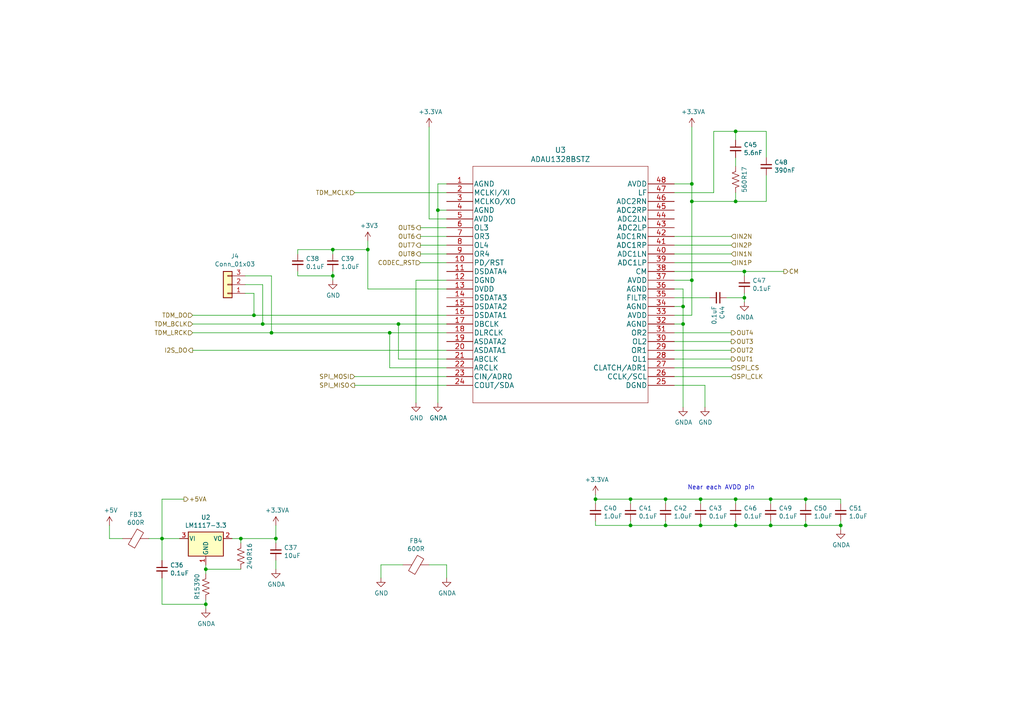
<source format=kicad_sch>
(kicad_sch (version 20211123) (generator eeschema)
  (paper "A4")
  (title_block (title "8x2 Tsunami Pi Hat") (date "11/16/2021") (rev "v0.10") (company "Robertsonics"))
  (lib_symbols
    (symbol "ADAU1328:ADAU1328BSTZ" (pin_names (offset 0.254))
      (property "Reference" "U" (at 33.02 10.16 0))
      (property "Value" "ADAU1328BSTZ" (at 33.02 7.62 0))
      (symbol "ADAU1328BSTZ_1_1"
        (polyline (pts (xy 7.62 -63.5) (xy 58.42 -63.5)) (stroke (width 0.127)))
        (polyline (pts (xy 7.62 5.08) (xy 7.62 -63.5)) (stroke (width 0.127)))
        (polyline (pts (xy 58.42 -63.5) (xy 58.42 5.08)) (stroke (width 0.127)))
        (polyline (pts (xy 58.42 5.08) (xy 7.62 5.08)) (stroke (width 0.127)))
        (pin power_in line (at 0 0 0) (length 7.62) (name "AGND") (number "1"))
        (pin unspecified line (at 0 -22.86 0) (length 7.62) (name "PD/RST") (number "10"))
        (pin bidirectional line (at 0 -25.4 0) (length 7.62) (name "DSDATA4") (number "11"))
        (pin power_in line (at 0 -27.94 0) (length 7.62) (name "DGND") (number "12"))
        (pin power_in line (at 0 -30.48 0) (length 7.62) (name "DVDD") (number "13"))
        (pin bidirectional line (at 0 -33.02 0) (length 7.62) (name "DSDATA3") (number "14"))
        (pin bidirectional line (at 0 -35.56 0) (length 7.62) (name "DSDATA2") (number "15"))
        (pin bidirectional line (at 0 -38.1 0) (length 7.62) (name "DSDATA1") (number "16"))
        (pin input line (at 0 -40.64 0) (length 7.62) (name "DBCLK") (number "17"))
        (pin input line (at 0 -43.18 0) (length 7.62) (name "DLRCLK") (number "18"))
        (pin bidirectional line (at 0 -45.72 0) (length 7.62) (name "ASDATA2") (number "19"))
        (pin unspecified line (at 0 -2.54 0) (length 7.62) (name "MCLKI/XI") (number "2"))
        (pin bidirectional line (at 0 -48.26 0) (length 7.62) (name "ASDATA1") (number "20"))
        (pin input line (at 0 -50.8 0) (length 7.62) (name "ABCLK") (number "21"))
        (pin input line (at 0 -53.34 0) (length 7.62) (name "ARCLK") (number "22"))
        (pin input line (at 0 -55.88 0) (length 7.62) (name "CIN/ADR0") (number "23"))
        (pin output line (at 0 -58.42 0) (length 7.62) (name "COUT/SDA") (number "24"))
        (pin power_in line (at 66.04 -58.42 180) (length 7.62) (name "DGND") (number "25"))
        (pin input line (at 66.04 -55.88 180) (length 7.62) (name "CCLK/SCL") (number "26"))
        (pin unspecified line (at 66.04 -53.34 180) (length 7.62) (name "CLATCH/ADR1") (number "27"))
        (pin output line (at 66.04 -50.8 180) (length 7.62) (name "OL1") (number "28"))
        (pin output line (at 66.04 -48.26 180) (length 7.62) (name "OR1") (number "29"))
        (pin unspecified line (at 0 -5.08 0) (length 7.62) (name "MCLKO/XO") (number "3"))
        (pin output line (at 66.04 -45.72 180) (length 7.62) (name "OL2") (number "30"))
        (pin output line (at 66.04 -43.18 180) (length 7.62) (name "OR2") (number "31"))
        (pin power_in line (at 66.04 -40.64 180) (length 7.62) (name "AGND") (number "32"))
        (pin power_in line (at 66.04 -38.1 180) (length 7.62) (name "AVDD") (number "33"))
        (pin power_in line (at 66.04 -35.56 180) (length 7.62) (name "AGND") (number "34"))
        (pin unspecified line (at 66.04 -33.02 180) (length 7.62) (name "FILTR") (number "35"))
        (pin power_in line (at 66.04 -30.48 180) (length 7.62) (name "AGND") (number "36"))
        (pin power_in line (at 66.04 -27.94 180) (length 7.62) (name "AVDD") (number "37"))
        (pin unspecified line (at 66.04 -25.4 180) (length 7.62) (name "CM") (number "38"))
        (pin input line (at 66.04 -22.86 180) (length 7.62) (name "ADC1LP") (number "39"))
        (pin power_in line (at 0 -7.62 0) (length 7.62) (name "AGND") (number "4"))
        (pin input line (at 66.04 -20.32 180) (length 7.62) (name "ADC1LN") (number "40"))
        (pin input line (at 66.04 -17.78 180) (length 7.62) (name "ADC1RP") (number "41"))
        (pin input line (at 66.04 -15.24 180) (length 7.62) (name "ADC1RN") (number "42"))
        (pin input line (at 66.04 -12.7 180) (length 7.62) (name "ADC2LP") (number "43"))
        (pin input line (at 66.04 -10.16 180) (length 7.62) (name "ADC2LN") (number "44"))
        (pin input line (at 66.04 -7.62 180) (length 7.62) (name "ADC2RP") (number "45"))
        (pin input line (at 66.04 -5.08 180) (length 7.62) (name "ADC2RN") (number "46"))
        (pin output line (at 66.04 -2.54 180) (length 7.62) (name "LF") (number "47"))
        (pin power_in line (at 66.04 0 180) (length 7.62) (name "AVDD") (number "48"))
        (pin power_in line (at 0 -10.16 0) (length 7.62) (name "AVDD") (number "5"))
        (pin bidirectional line (at 0 -12.7 0) (length 7.62) (name "OL3") (number "6"))
        (pin bidirectional line (at 0 -15.24 0) (length 7.62) (name "OR3") (number "7"))
        (pin bidirectional line (at 0 -17.78 0) (length 7.62) (name "OL4") (number "8"))
        (pin bidirectional line (at 0 -20.32 0) (length 7.62) (name "OR4") (number "9"))
      )
    )
    (symbol "Connector_Generic:Conn_01x03" (pin_names (offset 1.016) hide)
      (property "Reference" "J" (at 0 5.08 0))
      (property "Value" "Conn_01x03" (at 0 -5.08 0))
      (symbol "Conn_01x03_1_1"
        (rectangle (start -1.27 -2.413) (end 0 -2.667) (stroke (width 0.1524)))
        (rectangle (start -1.27 0.127) (end 0 -0.127) (stroke (width 0.1524)))
        (rectangle (start -1.27 2.667) (end 0 2.413) (stroke (width 0.1524)))
        (rectangle (start -1.27 3.81) (end 1.27 -3.81) (stroke (width 0.254)) (fill (type background)))
        (pin passive line (at -5.08 2.54 0) (length 3.81) (name "Pin_1") (number "1"))
        (pin passive line (at -5.08 0 0) (length 3.81) (name "Pin_2") (number "2"))
        (pin passive line (at -5.08 -2.54 0) (length 3.81) (name "Pin_3") (number "3"))
      )
    )
    (symbol "Device:C_Small" (pin_numbers hide) (pin_names (offset 0.254) hide)
      (property "Reference" "C" (at 0.254 1.778 0))
      (property "Value" "C_Small" (at 0.254 -2.032 0))
      (symbol "C_Small_0_1"
        (polyline (pts (xy -1.524 -0.508) (xy 1.524 -0.508)) (stroke (width 0.3302)))
        (polyline (pts (xy -1.524 0.508) (xy 1.524 0.508)) (stroke (width 0.3048)))
      )
      (symbol "C_Small_1_1"
        (pin passive line (at 0 2.54 270) (length 2.032) (name "~") (number "1"))
        (pin passive line (at 0 -2.54 90) (length 2.032) (name "~") (number "2"))
      )
    )
    (symbol "Device:Ferrite_Bead" (pin_numbers hide) (pin_names (offset 0))
      (property "Reference" "FB" (at -3.81 0.635 90))
      (property "Value" "Device_Ferrite_Bead" (at 3.81 0 90))
      (symbol "Ferrite_Bead_0_1"
        (polyline (pts (xy 0 -1.27) (xy 0 -1.2192)))
        (polyline (pts (xy 0 1.27) (xy 0 1.2954)))
        (polyline (pts (xy -2.7686 0.4064) (xy -1.7018 2.2606) (xy 2.7686 -0.3048) (xy 1.6764 -2.159) (xy -2.7686 0.4064)))
      )
      (symbol "Ferrite_Bead_1_1"
        (pin passive line (at 0 3.81 270) (length 2.54) (name "~") (number "1"))
        (pin passive line (at 0 -3.81 90) (length 2.54) (name "~") (number "2"))
      )
    )
    (symbol "Device:R_US" (pin_numbers hide) (pin_names (offset 0))
      (property "Reference" "R" (at 2.54 0 90))
      (property "Value" "R_US" (at -2.54 0 90))
      (symbol "R_US_0_1"
        (polyline (pts (xy 0 -2.286) (xy 0 -2.54)))
        (polyline (pts (xy 0 2.286) (xy 0 2.54)))
        (polyline (pts (xy 0 -0.762) (xy 1.016 -1.143) (xy 0 -1.524) (xy -1.016 -1.905) (xy 0 -2.286)))
        (polyline (pts (xy 0 0.762) (xy 1.016 0.381) (xy 0 0) (xy -1.016 -0.381) (xy 0 -0.762)))
        (polyline (pts (xy 0 2.286) (xy 1.016 1.905) (xy 0 1.524) (xy -1.016 1.143) (xy 0 0.762)))
      )
      (symbol "R_US_1_1"
        (pin passive line (at 0 3.81 270) (length 1.27) (name "~") (number "1"))
        (pin passive line (at 0 -3.81 90) (length 1.27) (name "~") (number "2"))
      )
    )
    (symbol "Regulator_Linear:LM1117-3.3" (pin_names (offset 0.254))
      (property "Reference" "U" (at -3.81 3.175 0))
      (property "Value" "LM1117-3.3" (at 0 3.175 0))
      (symbol "LM1117-3.3_0_1"
        (rectangle (start -5.08 -5.08) (end 5.08 1.905) (stroke (width 0.254)) (fill (type background)))
      )
      (symbol "LM1117-3.3_1_1"
        (pin power_in line (at 0 -7.62 90) (length 2.54) (name "GND") (number "1"))
        (pin power_out line (at 7.62 0 180) (length 2.54) (name "VO") (number "2"))
        (pin power_in line (at -7.62 0 0) (length 2.54) (name "VI") (number "3"))
      )
    )
    (symbol "power:+3.3VA" (power) (pin_names (offset 0))
      (property "Value" "+3.3VA" (at 0 3.556 0))
      (symbol "+3.3VA_0_1"
        (polyline (pts (xy -0.762 1.27) (xy 0 2.54)))
        (polyline (pts (xy 0 0) (xy 0 2.54)))
        (polyline (pts (xy 0 2.54) (xy 0.762 1.27)))
      )
      (symbol "+3.3VA_1_1"
        (pin power_in line (at 0 0 90) (length 0) hide (name "+3.3VA") (number "1"))
      )
    )
    (symbol "power:+3V3" (power) (pin_names (offset 0))
      (property "Value" "+3V3" (at 0 3.556 0))
      (symbol "+3V3_0_1"
        (polyline (pts (xy -0.762 1.27) (xy 0 2.54)))
        (polyline (pts (xy 0 0) (xy 0 2.54)))
        (polyline (pts (xy 0 2.54) (xy 0.762 1.27)))
      )
      (symbol "+3V3_1_1"
        (pin power_in line (at 0 0 90) (length 0) hide (name "+3V3") (number "1"))
      )
    )
    (symbol "power:+5V" (power) (pin_names (offset 0))
      (property "Value" "+5V" (at 0 3.556 0))
      (symbol "+5V_0_1"
        (polyline (pts (xy -0.762 1.27) (xy 0 2.54)))
        (polyline (pts (xy 0 0) (xy 0 2.54)))
        (polyline (pts (xy 0 2.54) (xy 0.762 1.27)))
      )
      (symbol "+5V_1_1"
        (pin power_in line (at 0 0 90) (length 0) hide (name "+5V") (number "1"))
      )
    )
    (symbol "power:GND" (power) (pin_names (offset 0))
      (property "Value" "GND" (at 0 -3.81 0))
      (symbol "GND_0_1"
        (polyline (pts (xy 0 0) (xy 0 -1.27) (xy 1.27 -1.27) (xy 0 -2.54) (xy -1.27 -1.27) (xy 0 -1.27)))
      )
      (symbol "GND_1_1"
        (pin power_in line (at 0 0 270) (length 0) hide (name "GND") (number "1"))
      )
    )
    (symbol "power:GNDA" (power) (pin_names (offset 0))
      (property "Value" "GNDA" (at 0 -3.81 0))
      (symbol "GNDA_0_1"
        (polyline (pts (xy 0 0) (xy 0 -1.27) (xy 1.27 -1.27) (xy 0 -2.54) (xy -1.27 -1.27) (xy 0 -1.27)))
      )
      (symbol "GNDA_1_1"
        (pin power_in line (at 0 0 270) (length 0) hide (name "GNDA") (number "1"))
      )
    )
  )
  (junction (at 193.04 144.78))
  (junction (at 223.52 152.4))
  (junction (at 213.36 38.1))
  (junction (at 182.88 152.4))
  (junction (at 233.68 152.4))
  (junction (at 172.72 144.78))
  (junction (at 113.03 96.52))
  (junction (at 203.2 144.78))
  (junction (at 127 60.96))
  (junction (at 115.57 93.98))
  (junction (at 69.85 156.21))
  (junction (at 182.88 144.78))
  (junction (at 78.74 96.52))
  (junction (at 200.66 58.42))
  (junction (at 233.68 144.78))
  (junction (at 213.36 58.42))
  (junction (at 198.12 88.9))
  (junction (at 59.69 165.1))
  (junction (at 213.36 144.78))
  (junction (at 203.2 152.4))
  (junction (at 193.04 152.4))
  (junction (at 213.36 152.4))
  (junction (at 80.01 156.21))
  (junction (at 215.9 78.74))
  (junction (at 200.66 81.28))
  (junction (at 59.69 175.26))
  (junction (at 243.84 152.4))
  (junction (at 200.66 53.34))
  (junction (at 96.52 80.01))
  (junction (at 73.66 91.44))
  (junction (at 76.2 93.98))
  (junction (at 96.52 72.39))
  (junction (at 215.9 86.36))
  (junction (at 106.68 72.39))
  (junction (at 46.99 156.21))
  (junction (at 223.52 144.78))
  (junction (at 198.12 93.98))
  (wire (pts (xy 203.2 144.78) (xy 213.36 144.78)))
  (wire (pts (xy 69.85 165.1) (xy 59.69 165.1)))
  (wire (pts (xy 195.58 91.44) (xy 200.66 91.44)))
  (wire (pts (xy 203.2 151.13) (xy 203.2 152.4)))
  (wire (pts (xy 193.04 144.78) (xy 203.2 144.78)))
  (wire (pts (xy 182.88 144.78) (xy 193.04 144.78)))
  (wire (pts (xy 106.68 69.85) (xy 106.68 72.39)))
  (wire (pts (xy 233.68 146.05) (xy 233.68 144.78)))
  (wire (pts (xy 243.84 152.4) (xy 243.84 153.67)))
  (wire (pts (xy 121.92 66.04) (xy 129.54 66.04)))
  (wire (pts (xy 193.04 151.13) (xy 193.04 152.4)))
  (wire (pts (xy 233.68 144.78) (xy 243.84 144.78)))
  (wire (pts (xy 243.84 151.13) (xy 243.84 152.4)))
  (wire (pts (xy 213.36 151.13) (xy 213.36 152.4)))
  (wire (pts (xy 195.58 68.58) (xy 212.09 68.58)))
  (wire (pts (xy 59.69 173.99) (xy 59.69 175.26)))
  (wire (pts (xy 120.65 81.28) (xy 120.65 116.84)))
  (wire (pts (xy 80.01 162.56) (xy 80.01 165.1)))
  (wire (pts (xy 110.49 163.83) (xy 116.84 163.83)))
  (wire (pts (xy 124.46 36.83) (xy 124.46 63.5)))
  (wire (pts (xy 195.58 81.28) (xy 200.66 81.28)))
  (wire (pts (xy 71.12 80.01) (xy 78.74 80.01)))
  (wire (pts (xy 71.12 85.09) (xy 73.66 85.09)))
  (wire (pts (xy 195.58 83.82) (xy 198.12 83.82)))
  (wire (pts (xy 233.68 152.4) (xy 243.84 152.4)))
  (wire (pts (xy 204.47 111.76) (xy 204.47 118.11)))
  (wire (pts (xy 113.03 106.68) (xy 113.03 96.52)))
  (wire (pts (xy 172.72 143.51) (xy 172.72 144.78)))
  (wire (pts (xy 223.52 144.78) (xy 233.68 144.78)))
  (wire (pts (xy 203.2 146.05) (xy 203.2 144.78)))
  (wire (pts (xy 172.72 152.4) (xy 182.88 152.4)))
  (wire (pts (xy 172.72 151.13) (xy 172.72 152.4)))
  (wire (pts (xy 76.2 82.55) (xy 76.2 93.98)))
  (wire (pts (xy 213.36 48.26) (xy 213.36 45.72)))
  (wire (pts (xy 115.57 93.98) (xy 76.2 93.98)))
  (wire (pts (xy 195.58 106.68) (xy 212.09 106.68)))
  (wire (pts (xy 195.58 109.22) (xy 212.09 109.22)))
  (wire (pts (xy 215.9 86.36) (xy 215.9 87.63)))
  (wire (pts (xy 59.69 175.26) (xy 59.69 176.53)))
  (wire (pts (xy 129.54 109.22) (xy 102.87 109.22)))
  (wire (pts (xy 207.01 38.1) (xy 213.36 38.1)))
  (wire (pts (xy 195.58 76.2) (xy 212.09 76.2)))
  (wire (pts (xy 210.82 86.36) (xy 215.9 86.36)))
  (wire (pts (xy 222.25 50.8) (xy 222.25 58.42)))
  (wire (pts (xy 193.04 146.05) (xy 193.04 144.78)))
  (wire (pts (xy 46.99 156.21) (xy 52.07 156.21)))
  (wire (pts (xy 243.84 144.78) (xy 243.84 146.05)))
  (wire (pts (xy 200.66 58.42) (xy 200.66 53.34)))
  (wire (pts (xy 76.2 93.98) (xy 55.88 93.98)))
  (wire (pts (xy 129.54 60.96) (xy 127 60.96)))
  (wire (pts (xy 182.88 151.13) (xy 182.88 152.4)))
  (wire (pts (xy 129.54 96.52) (xy 113.03 96.52)))
  (wire (pts (xy 129.54 68.58) (xy 121.92 68.58)))
  (wire (pts (xy 172.72 146.05) (xy 172.72 144.78)))
  (wire (pts (xy 46.99 156.21) (xy 46.99 144.78)))
  (wire (pts (xy 215.9 78.74) (xy 227.33 78.74)))
  (wire (pts (xy 195.58 88.9) (xy 198.12 88.9)))
  (wire (pts (xy 129.54 104.14) (xy 115.57 104.14)))
  (wire (pts (xy 207.01 55.88) (xy 207.01 38.1)))
  (wire (pts (xy 223.52 146.05) (xy 223.52 144.78)))
  (wire (pts (xy 222.25 38.1) (xy 222.25 45.72)))
  (wire (pts (xy 129.54 55.88) (xy 102.87 55.88)))
  (wire (pts (xy 198.12 83.82) (xy 198.12 88.9)))
  (wire (pts (xy 129.54 73.66) (xy 121.92 73.66)))
  (wire (pts (xy 223.52 151.13) (xy 223.52 152.4)))
  (wire (pts (xy 69.85 157.48) (xy 69.85 156.21)))
  (wire (pts (xy 200.66 53.34) (xy 195.58 53.34)))
  (wire (pts (xy 195.58 96.52) (xy 212.09 96.52)))
  (wire (pts (xy 195.58 99.06) (xy 212.09 99.06)))
  (wire (pts (xy 129.54 106.68) (xy 113.03 106.68)))
  (wire (pts (xy 198.12 93.98) (xy 198.12 118.11)))
  (wire (pts (xy 129.54 71.12) (xy 121.92 71.12)))
  (wire (pts (xy 86.36 80.01) (xy 86.36 78.74)))
  (wire (pts (xy 129.54 163.83) (xy 129.54 167.64)))
  (wire (pts (xy 69.85 156.21) (xy 80.01 156.21)))
  (wire (pts (xy 113.03 96.52) (xy 78.74 96.52)))
  (wire (pts (xy 86.36 73.66) (xy 86.36 72.39)))
  (wire (pts (xy 59.69 166.37) (xy 59.69 165.1)))
  (wire (pts (xy 200.66 91.44) (xy 200.66 81.28)))
  (wire (pts (xy 46.99 167.64) (xy 46.99 175.26)))
  (wire (pts (xy 71.12 82.55) (xy 76.2 82.55)))
  (wire (pts (xy 195.58 111.76) (xy 204.47 111.76)))
  (wire (pts (xy 124.46 163.83) (xy 129.54 163.83)))
  (wire (pts (xy 46.99 144.78) (xy 53.34 144.78)))
  (wire (pts (xy 80.01 152.4) (xy 80.01 156.21)))
  (wire (pts (xy 203.2 152.4) (xy 213.36 152.4)))
  (wire (pts (xy 129.54 91.44) (xy 73.66 91.44)))
  (wire (pts (xy 129.54 101.6) (xy 55.88 101.6)))
  (wire (pts (xy 110.49 167.64) (xy 110.49 163.83)))
  (wire (pts (xy 182.88 152.4) (xy 193.04 152.4)))
  (wire (pts (xy 31.75 152.4) (xy 31.75 156.21)))
  (wire (pts (xy 129.54 93.98) (xy 115.57 93.98)))
  (wire (pts (xy 96.52 80.01) (xy 96.52 78.74)))
  (wire (pts (xy 129.54 63.5) (xy 124.46 63.5)))
  (wire (pts (xy 195.58 93.98) (xy 198.12 93.98)))
  (wire (pts (xy 115.57 104.14) (xy 115.57 93.98)))
  (wire (pts (xy 195.58 101.6) (xy 212.09 101.6)))
  (wire (pts (xy 195.58 73.66) (xy 212.09 73.66)))
  (wire (pts (xy 96.52 73.66) (xy 96.52 72.39)))
  (wire (pts (xy 67.31 156.21) (xy 69.85 156.21)))
  (wire (pts (xy 96.52 80.01) (xy 86.36 80.01)))
  (wire (pts (xy 213.36 144.78) (xy 223.52 144.78)))
  (wire (pts (xy 129.54 111.76) (xy 102.87 111.76)))
  (wire (pts (xy 96.52 72.39) (xy 106.68 72.39)))
  (wire (pts (xy 222.25 58.42) (xy 213.36 58.42)))
  (wire (pts (xy 195.58 86.36) (xy 205.74 86.36)))
  (wire (pts (xy 198.12 88.9) (xy 198.12 93.98)))
  (wire (pts (xy 213.36 55.88) (xy 213.36 58.42)))
  (wire (pts (xy 106.68 72.39) (xy 106.68 83.82)))
  (wire (pts (xy 195.58 71.12) (xy 212.09 71.12)))
  (wire (pts (xy 213.36 38.1) (xy 222.25 38.1)))
  (wire (pts (xy 182.88 146.05) (xy 182.88 144.78)))
  (wire (pts (xy 129.54 81.28) (xy 120.65 81.28)))
  (wire (pts (xy 200.66 81.28) (xy 200.66 58.42)))
  (wire (pts (xy 78.74 80.01) (xy 78.74 96.52)))
  (wire (pts (xy 78.74 96.52) (xy 55.88 96.52)))
  (wire (pts (xy 213.36 40.64) (xy 213.36 38.1)))
  (wire (pts (xy 193.04 152.4) (xy 203.2 152.4)))
  (wire (pts (xy 213.36 146.05) (xy 213.36 144.78)))
  (wire (pts (xy 233.68 151.13) (xy 233.68 152.4)))
  (wire (pts (xy 213.36 58.42) (xy 200.66 58.42)))
  (wire (pts (xy 96.52 81.28) (xy 96.52 80.01)))
  (wire (pts (xy 195.58 104.14) (xy 212.09 104.14)))
  (wire (pts (xy 46.99 175.26) (xy 59.69 175.26)))
  (wire (pts (xy 195.58 55.88) (xy 207.01 55.88)))
  (wire (pts (xy 213.36 152.4) (xy 223.52 152.4)))
  (wire (pts (xy 129.54 53.34) (xy 127 53.34)))
  (wire (pts (xy 43.18 156.21) (xy 46.99 156.21)))
  (wire (pts (xy 200.66 36.83) (xy 200.66 53.34)))
  (wire (pts (xy 59.69 165.1) (xy 59.69 163.83)))
  (wire (pts (xy 106.68 83.82) (xy 129.54 83.82)))
  (wire (pts (xy 80.01 156.21) (xy 80.01 157.48)))
  (wire (pts (xy 195.58 78.74) (xy 215.9 78.74)))
  (wire (pts (xy 129.54 76.2) (xy 121.92 76.2)))
  (wire (pts (xy 35.56 156.21) (xy 31.75 156.21)))
  (wire (pts (xy 215.9 78.74) (xy 215.9 80.01)))
  (wire (pts (xy 127 53.34) (xy 127 60.96)))
  (wire (pts (xy 46.99 162.56) (xy 46.99 156.21)))
  (wire (pts (xy 223.52 152.4) (xy 233.68 152.4)))
  (wire (pts (xy 215.9 85.09) (xy 215.9 86.36)))
  (wire (pts (xy 86.36 72.39) (xy 96.52 72.39)))
  (wire (pts (xy 73.66 85.09) (xy 73.66 91.44)))
  (wire (pts (xy 73.66 91.44) (xy 55.88 91.44)))
  (wire (pts (xy 127 60.96) (xy 127 116.84)))
  (wire (pts (xy 172.72 144.78) (xy 182.88 144.78)))
  (text "Near each AVDD pin" (at 199.39 142.24 0) (effects (font (size 1.27 1.27)) (justify left bottom)))
  (hierarchical_label "CODEC_RST" (shape input) (at 121.92 76.2 180))
  (hierarchical_label "CM" (shape output) (at 227.33 78.74 0))
  (hierarchical_label "IN1P" (shape input) (at 212.09 76.2 0))
  (hierarchical_label "SPI_MOSI" (shape input) (at 102.87 109.22 180))
  (hierarchical_label "SPI_CS" (shape input) (at 212.09 106.68 0))
  (hierarchical_label "OUT3" (shape output) (at 212.09 99.06 0))
  (hierarchical_label "TDM_LRCK" (shape input) (at 55.88 96.52 180))
  (hierarchical_label "SPI_MISO" (shape output) (at 102.87 111.76 180))
  (hierarchical_label "I2S_DO" (shape output) (at 55.88 101.6 180))
  (hierarchical_label "TDM_DO" (shape input) (at 55.88 91.44 180))
  (hierarchical_label "TDM_BCLK" (shape input) (at 55.88 93.98 180))
  (hierarchical_label "IN2P" (shape input) (at 212.09 71.12 0))
  (hierarchical_label "IN1N" (shape input) (at 212.09 73.66 0))
  (hierarchical_label "OUT8" (shape output) (at 121.92 73.66 180))
  (hierarchical_label "OUT4" (shape output) (at 212.09 96.52 0))
  (hierarchical_label "OUT2" (shape output) (at 212.09 101.6 0))
  (hierarchical_label "+5VA" (shape output) (at 53.34 144.78 0))
  (hierarchical_label "TDM_MCLK" (shape input) (at 102.87 55.88 180))
  (hierarchical_label "OUT7" (shape output) (at 121.92 71.12 180))
  (hierarchical_label "OUT6" (shape output) (at 121.92 68.58 180))
  (hierarchical_label "OUT5" (shape output) (at 121.92 66.04 180))
  (hierarchical_label "OUT1" (shape output) (at 212.09 104.14 0))
  (hierarchical_label "IN2N" (shape input) (at 212.09 68.58 0))
  (hierarchical_label "SPI_CLK" (shape input) (at 212.09 109.22 0))
  (symbol (lib_id "ADAU1328:ADAU1328BSTZ") (at 129.54 53.34 0) (unit 1)
    (property "Reference" "U3" (at 162.56 43.5102 0) (effects (font (size 1.524 1.524))))
    (property "Value" "ADAU1328BSTZ" (at 162.56 46.2026 0) (effects (font (size 1.524 1.524))))
    (property "Footprint" "ADAU1328:ADAU1328BSTZ" (effects hide))
  )
  (symbol (lib_id "Device:C_Small") (at 80.01 160.02 0) (unit 1)
    (property "Reference" "C37" (at 82.3468 158.8516 0) (effects (justify left)))
    (property "Value" "10uF" (at 82.3468 161.163 0) (effects (justify left)))
    (property "Footprint" "Capacitor_SMD:C_0805_2012Metric" (effects hide))
  )
  (symbol (lib_id "Device:C_Small") (at 46.99 165.1 0) (unit 1)
    (property "Reference" "C36" (at 49.3268 163.9316 0) (effects (justify left)))
    (property "Value" "0.1uF" (at 49.3268 166.243 0) (effects (justify left)))
    (property "Footprint" "Capacitor_SMD:C_0603_1608Metric" (effects hide))
  )
  (symbol (lib_id "power:+3.3VA") (at 80.01 152.4 0) (unit 1)
    (property "Reference" "#PWR027" (effects hide))
    (property "Value" "+3.3VA" (at 80.391 148.0058 0))
  )
  (symbol (lib_id "power:GNDA") (at 59.69 176.53 0) (unit 1)
    (property "Reference" "#PWR026" (effects hide))
    (property "Value" "GNDA" (at 59.817 180.9242 0))
  )
  (symbol (lib_id "Device:Ferrite_Bead") (at 39.37 156.21 270) (unit 1)
    (property "Reference" "FB3" (at 39.37 149.2504 90))
    (property "Value" "600R" (at 39.37 151.5618 90))
    (property "Footprint" "Inductor_SMD:L_0603_1608Metric" (effects hide))
  )
  (symbol (lib_id "power:GNDA") (at 80.01 165.1 0) (unit 1)
    (property "Reference" "#PWR028" (effects hide))
    (property "Value" "GNDA" (at 80.137 169.4942 0))
  )
  (symbol (lib_id "Regulator_Linear:LM1117-3.3") (at 59.69 156.21 0) (unit 1)
    (property "Reference" "U2" (at 59.69 150.0632 0))
    (property "Value" "LM1117-3.3" (at 59.69 152.3746 0))
    (property "Footprint" "Package_TO_SOT_SMD:SOT-223-3_TabPin2" (effects hide))
    (property "Datasheet" "http://www.ti.com/lit/ds/symlink/lm1117.pdf" (effects hide))
    (property "Mpn" "LM1117MP-3.3/NOPB" (effects hide))
    (property "Alt" "LM1117MPX-33NOPB" (effects hide))
  )
  (symbol (lib_id "Device:R_US") (at 69.85 161.29 0) (mirror x) (unit 1)
    (property "Reference" "R16" (at 72.39 157.48 90) (effects (justify left)))
    (property "Value" "240" (at 72.39 161.29 90) (effects (justify left)))
    (property "Footprint" "Resistor_SMD:R_0603_1608Metric" (effects hide))
  )
  (symbol (lib_id "Device:R_US") (at 59.69 170.18 0) (mirror y) (unit 1)
    (property "Reference" "R15" (at 57.15 173.99 90) (effects (justify left)))
    (property "Value" "390" (at 57.15 170.18 90) (effects (justify left)))
    (property "Footprint" "Resistor_SMD:R_0603_1608Metric" (effects hide))
  )
  (symbol (lib_id "power:+5V") (at 31.75 152.4 0)
    (property "Reference" "#PWR025" (effects hide))
    (property "Value" "+5V" (at 32.131 148.0058 0))
  )
  (symbol (lib_id "Device:Ferrite_Bead") (at 120.65 163.83 270) (unit 1)
    (property "Reference" "FB4" (at 120.65 156.8704 90))
    (property "Value" "600R" (at 120.65 159.1818 90))
    (property "Footprint" "Inductor_SMD:L_0603_1608Metric" (effects hide))
  )
  (symbol (lib_id "power:GNDA") (at 129.54 167.64 0) (unit 1)
    (property "Reference" "#PWR035" (effects hide))
    (property "Value" "GNDA" (at 129.667 172.0342 0))
  )
  (symbol (lib_id "power:GND") (at 110.49 167.64 0)
    (property "Reference" "#PWR031" (effects hide))
    (property "Value" "GND" (at 110.617 172.0342 0))
  )
  (symbol (lib_id "power:+3V3") (at 106.68 69.85 0)
    (property "Reference" "#PWR030" (effects hide))
    (property "Value" "+3V3" (at 107.061 65.4558 0))
  )
  (symbol (lib_id "Device:C_Small") (at 213.36 43.18 0) (unit 1)
    (property "Reference" "C45" (at 215.6968 42.0116 0) (effects (justify left)))
    (property "Value" "5.6nF" (at 215.6968 44.323 0) (effects (justify left)))
    (property "Footprint" "Capacitor_SMD:C_0603_1608Metric" (effects hide))
  )
  (symbol (lib_id "Device:C_Small") (at 222.25 48.26 0) (unit 1)
    (property "Reference" "C48" (at 224.5868 47.0916 0) (effects (justify left)))
    (property "Value" "390nF" (at 224.5868 49.403 0) (effects (justify left)))
    (property "Footprint" "Capacitor_SMD:C_0603_1608Metric" (effects hide))
  )
  (symbol (lib_id "Device:R_US") (at 213.36 52.07 0) (mirror x) (unit 1)
    (property "Reference" "R17" (at 215.9 48.26 90) (effects (justify left)))
    (property "Value" "560" (at 215.9 52.07 90) (effects (justify left)))
    (property "Footprint" "Resistor_SMD:R_0603_1608Metric" (effects hide))
  )
  (symbol (lib_id "power:+3.3VA") (at 200.66 36.83 0) (unit 1)
    (property "Reference" "#PWR038" (effects hide))
    (property "Value" "+3.3VA" (at 201.041 32.4358 0))
  )
  (symbol (lib_id "Device:C_Small") (at 215.9 82.55 0)
    (property "Reference" "C47" (at 218.2368 81.3816 0) (effects (justify left)))
    (property "Value" "0.1uF" (at 218.2368 83.693 0) (effects (justify left)))
    (property "Footprint" "Capacitor_SMD:C_0603_1608Metric" (effects hide))
  )
  (symbol (lib_id "Device:C_Small") (at 208.28 86.36 270)
    (property "Reference" "C44" (at 209.4484 88.6968 0) (effects (justify left)))
    (property "Value" "0.1uF" (at 207.137 88.6968 0) (effects (justify left)))
    (property "Footprint" "Capacitor_SMD:C_0603_1608Metric" (effects hide))
  )
  (symbol (lib_id "power:GNDA") (at 198.12 118.11 0) (unit 1)
    (property "Reference" "#PWR037" (effects hide))
    (property "Value" "GNDA" (at 198.247 122.5042 0))
  )
  (symbol (lib_id "power:GNDA") (at 215.9 87.63 0) (unit 1)
    (property "Reference" "#PWR040" (effects hide))
    (property "Value" "GNDA" (at 216.027 92.0242 0))
  )
  (symbol (lib_id "power:+3.3VA") (at 124.46 36.83 0) (unit 1)
    (property "Reference" "#PWR033" (effects hide))
    (property "Value" "+3.3VA" (at 124.841 32.4358 0))
  )
  (symbol (lib_id "power:GNDA") (at 127 116.84 0) (unit 1)
    (property "Reference" "#PWR034" (effects hide))
    (property "Value" "GNDA" (at 127.127 121.2342 0))
  )
  (symbol (lib_id "power:GND") (at 120.65 116.84 0)
    (property "Reference" "#PWR032" (effects hide))
    (property "Value" "GND" (at 120.777 121.2342 0))
  )
  (symbol (lib_id "power:GND") (at 204.47 118.11 0)
    (property "Reference" "#PWR039" (effects hide))
    (property "Value" "GND" (at 204.597 122.5042 0))
  )
  (symbol (lib_id "Device:C_Small") (at 172.72 148.59 0)
    (property "Reference" "C40" (at 175.0568 147.4216 0) (effects (justify left)))
    (property "Value" "1.0uF" (at 175.0568 149.733 0) (effects (justify left)))
    (property "Footprint" "Capacitor_SMD:C_0603_1608Metric" (effects hide))
  )
  (symbol (lib_id "Device:C_Small") (at 182.88 148.59 0)
    (property "Reference" "C41" (at 185.2168 147.4216 0) (effects (justify left)))
    (property "Value" "0.1uF" (at 185.2168 149.733 0) (effects (justify left)))
    (property "Footprint" "Capacitor_SMD:C_0603_1608Metric" (effects hide))
  )
  (symbol (lib_id "Device:C_Small") (at 193.04 148.59 0)
    (property "Reference" "C42" (at 195.3768 147.4216 0) (effects (justify left)))
    (property "Value" "1.0uF" (at 195.3768 149.733 0) (effects (justify left)))
    (property "Footprint" "Capacitor_SMD:C_0603_1608Metric" (effects hide))
  )
  (symbol (lib_id "Device:C_Small") (at 203.2 148.59 0)
    (property "Reference" "C43" (at 205.5368 147.4216 0) (effects (justify left)))
    (property "Value" "0.1uF" (at 205.5368 149.733 0) (effects (justify left)))
    (property "Footprint" "Capacitor_SMD:C_0603_1608Metric" (effects hide))
  )
  (symbol (lib_id "Device:C_Small") (at 213.36 148.59 0)
    (property "Reference" "C46" (at 215.6968 147.4216 0) (effects (justify left)))
    (property "Value" "0.1uF" (at 215.6968 149.733 0) (effects (justify left)))
    (property "Footprint" "Capacitor_SMD:C_0603_1608Metric" (effects hide))
  )
  (symbol (lib_id "Device:C_Small") (at 223.52 148.59 0)
    (property "Reference" "C49" (at 225.8568 147.4216 0) (effects (justify left)))
    (property "Value" "0.1uF" (at 225.8568 149.733 0) (effects (justify left)))
    (property "Footprint" "Capacitor_SMD:C_0603_1608Metric" (effects hide))
  )
  (symbol (lib_id "Device:C_Small") (at 233.68 148.59 0)
    (property "Reference" "C50" (at 236.0168 147.4216 0) (effects (justify left)))
    (property "Value" "1.0uF" (at 236.0168 149.733 0) (effects (justify left)))
    (property "Footprint" "Capacitor_SMD:C_0603_1608Metric" (effects hide))
  )
  (symbol (lib_id "Device:C_Small") (at 243.84 148.59 0)
    (property "Reference" "C51" (at 246.1768 147.4216 0) (effects (justify left)))
    (property "Value" "1.0uF" (at 246.1768 149.733 0) (effects (justify left)))
    (property "Footprint" "Capacitor_SMD:C_0603_1608Metric" (effects hide))
  )
  (symbol (lib_id "power:+3.3VA") (at 172.72 143.51 0) (unit 1)
    (property "Reference" "#PWR036" (effects hide))
    (property "Value" "+3.3VA" (at 173.101 139.1158 0))
  )
  (symbol (lib_id "power:GNDA") (at 243.84 153.67 0) (unit 1)
    (property "Reference" "#PWR041" (effects hide))
    (property "Value" "GNDA" (at 243.967 158.0642 0))
  )
  (symbol (lib_id "power:GND") (at 96.52 81.28 0)
    (property "Reference" "#PWR029" (effects hide))
    (property "Value" "GND" (at 96.647 85.6742 0))
  )
  (symbol (lib_id "Device:C_Small") (at 86.36 76.2 0)
    (property "Reference" "C38" (at 88.6968 75.0316 0) (effects (justify left)))
    (property "Value" "0.1uF" (at 88.6968 77.343 0) (effects (justify left)))
    (property "Footprint" "Capacitor_SMD:C_0603_1608Metric" (effects hide))
  )
  (symbol (lib_id "Device:C_Small") (at 96.52 76.2 0)
    (property "Reference" "C39" (at 98.8568 75.0316 0) (effects (justify left)))
    (property "Value" "1.0uF" (at 98.8568 77.343 0) (effects (justify left)))
    (property "Footprint" "Capacitor_SMD:C_0603_1608Metric" (effects hide))
  )
  (symbol (lib_id "Connector_Generic:Conn_01x03") (at 66.04 82.55 180) (unit 1)
    (property "Reference" "J4" (at 68.1228 74.295 0))
    (property "Value" "Conn_01x03" (at 68.1228 76.6064 0))
    (property "Footprint" "Connector_PinHeader_2.54mm:PinHeader_1x03_P2.54mm_Vertical" (effects hide))
  )
)
</source>
